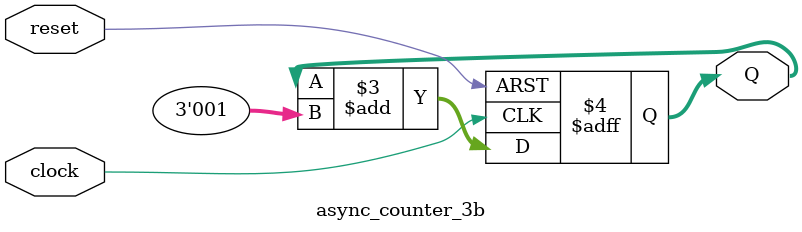
<source format=v>
module async_counter_3b(
	input clock, reset,
	output reg [2:0] Q
);




always @ (negedge clock or posedge reset)
	begin
		
		if (reset == 1)
			Q <= 3'b000;
		else
			Q <= Q + 3'b001;
	
	end

endmodule
</source>
